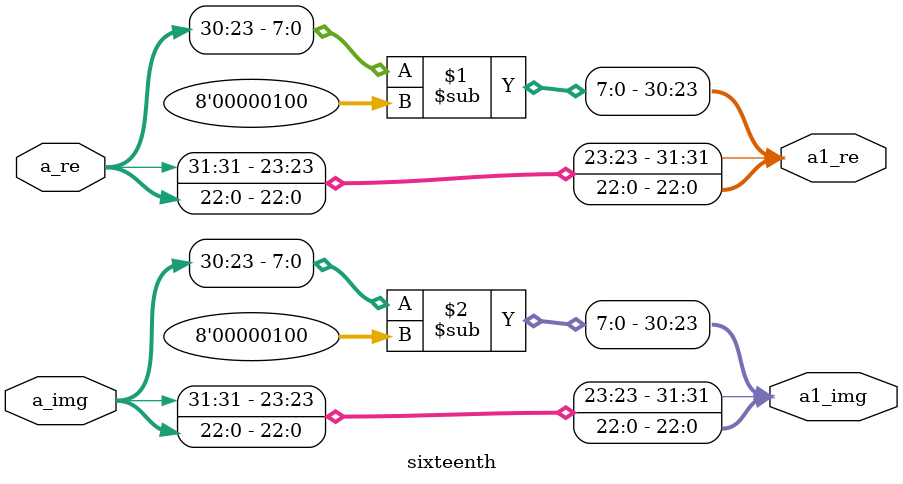
<source format=v>
`timescale 1ns / 1ps
module sixteenth(
    input [31:0] a_re,
    input [31:0] a_img,
    output [31:0] a1_re,
    output [31:0] a1_img
    );

assign a1_re[31]=a_re[31],a1_img[31]=a_img[31];
assign a1_re[30:23]=a_re[30:23]-8'b00000100,a1_img[30:23]=a_img[30:23]-8'b00000100;
assign a1_re[22:0]=a_re[22:0],a1_img[22:0]=a_img[22:0];
endmodule

</source>
